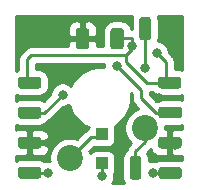
<source format=gbr>
%TF.GenerationSoftware,KiCad,Pcbnew,5.1.9*%
%TF.CreationDate,2021-03-15T11:21:12+01:00*%
%TF.ProjectId,keycap,6b657963-6170-42e6-9b69-6361645f7063,rev?*%
%TF.SameCoordinates,Original*%
%TF.FileFunction,Copper,L1,Top*%
%TF.FilePolarity,Positive*%
%FSLAX46Y46*%
G04 Gerber Fmt 4.6, Leading zero omitted, Abs format (unit mm)*
G04 Created by KiCad (PCBNEW 5.1.9) date 2021-03-15 11:21:12*
%MOMM*%
%LPD*%
G01*
G04 APERTURE LIST*
%TA.AperFunction,ComponentPad*%
%ADD10C,2.200000*%
%TD*%
%TA.AperFunction,SMDPad,CuDef*%
%ADD11R,1.000000X1.000000*%
%TD*%
%TA.AperFunction,ViaPad*%
%ADD12C,0.800000*%
%TD*%
%TA.AperFunction,Conductor*%
%ADD13C,0.250000*%
%TD*%
%TA.AperFunction,Conductor*%
%ADD14C,0.254000*%
%TD*%
%TA.AperFunction,Conductor*%
%ADD15C,0.100000*%
%TD*%
G04 APERTURE END LIST*
D10*
%TO.P,SW1,2*%
%TO.N,N/C*%
X125075760Y-109129560D03*
%TO.P,SW1,1*%
X118725760Y-111669560D03*
%TD*%
%TO.P,J3,1*%
%TO.N,GND*%
%TA.AperFunction,SMDPad,CuDef*%
G36*
G01*
X126448120Y-109863000D02*
X127948120Y-109863000D01*
G75*
G02*
X128198120Y-110113000I0J-250000D01*
G01*
X128198120Y-110613000D01*
G75*
G02*
X127948120Y-110863000I-250000J0D01*
G01*
X126448120Y-110863000D01*
G75*
G02*
X126198120Y-110613000I0J250000D01*
G01*
X126198120Y-110113000D01*
G75*
G02*
X126448120Y-109863000I250000J0D01*
G01*
G37*
%TD.AperFunction*%
%TD*%
%TO.P,J9,1*%
%TO.N,N/C*%
%TA.AperFunction,SMDPad,CuDef*%
G36*
G01*
X125595000Y-99961000D02*
X125595000Y-101461000D01*
G75*
G02*
X125345000Y-101711000I-250000J0D01*
G01*
X124845000Y-101711000D01*
G75*
G02*
X124595000Y-101461000I0J250000D01*
G01*
X124595000Y-99961000D01*
G75*
G02*
X124845000Y-99711000I250000J0D01*
G01*
X125345000Y-99711000D01*
G75*
G02*
X125595000Y-99961000I0J-250000D01*
G01*
G37*
%TD.AperFunction*%
%TD*%
%TO.P,J4,1*%
%TO.N,/VCC*%
%TA.AperFunction,SMDPad,CuDef*%
G36*
G01*
X114566000Y-104783000D02*
X116066000Y-104783000D01*
G75*
G02*
X116316000Y-105033000I0J-250000D01*
G01*
X116316000Y-105533000D01*
G75*
G02*
X116066000Y-105783000I-250000J0D01*
G01*
X114566000Y-105783000D01*
G75*
G02*
X114316000Y-105533000I0J250000D01*
G01*
X114316000Y-105033000D01*
G75*
G02*
X114566000Y-104783000I250000J0D01*
G01*
G37*
%TD.AperFunction*%
%TD*%
%TO.P,J1,1*%
%TO.N,/VCC*%
%TA.AperFunction,SMDPad,CuDef*%
G36*
G01*
X127927800Y-105783000D02*
X126427800Y-105783000D01*
G75*
G02*
X126177800Y-105533000I0J250000D01*
G01*
X126177800Y-105033000D01*
G75*
G02*
X126427800Y-104783000I250000J0D01*
G01*
X127927800Y-104783000D01*
G75*
G02*
X128177800Y-105033000I0J-250000D01*
G01*
X128177800Y-105533000D01*
G75*
G02*
X127927800Y-105783000I-250000J0D01*
G01*
G37*
%TD.AperFunction*%
%TD*%
%TO.P,J2,1*%
%TO.N,/DIN*%
%TA.AperFunction,SMDPad,CuDef*%
G36*
G01*
X126468440Y-107307760D02*
X127968440Y-107307760D01*
G75*
G02*
X128218440Y-107557760I0J-250000D01*
G01*
X128218440Y-108057760D01*
G75*
G02*
X127968440Y-108307760I-250000J0D01*
G01*
X126468440Y-108307760D01*
G75*
G02*
X126218440Y-108057760I0J250000D01*
G01*
X126218440Y-107557760D01*
G75*
G02*
X126468440Y-107307760I250000J0D01*
G01*
G37*
%TD.AperFunction*%
%TD*%
%TO.P,J6,1*%
%TO.N,GND*%
%TA.AperFunction,SMDPad,CuDef*%
G36*
G01*
X114566000Y-109863000D02*
X116066000Y-109863000D01*
G75*
G02*
X116316000Y-110113000I0J-250000D01*
G01*
X116316000Y-110613000D01*
G75*
G02*
X116066000Y-110863000I-250000J0D01*
G01*
X114566000Y-110863000D01*
G75*
G02*
X114316000Y-110613000I0J250000D01*
G01*
X114316000Y-110113000D01*
G75*
G02*
X114566000Y-109863000I250000J0D01*
G01*
G37*
%TD.AperFunction*%
%TD*%
D11*
%TO.P,D1,1*%
%TO.N,N/C*%
X121437400Y-112121000D03*
%TO.P,D1,2*%
X121437400Y-109621000D03*
%TD*%
%TO.P,J8,1*%
%TO.N,N/C*%
%TA.AperFunction,SMDPad,CuDef*%
G36*
G01*
X123782200Y-113233900D02*
X123782200Y-111733900D01*
G75*
G02*
X124032200Y-111483900I250000J0D01*
G01*
X124532200Y-111483900D01*
G75*
G02*
X124782200Y-111733900I0J-250000D01*
G01*
X124782200Y-113233900D01*
G75*
G02*
X124532200Y-113483900I-250000J0D01*
G01*
X124032200Y-113483900D01*
G75*
G02*
X123782200Y-113233900I0J250000D01*
G01*
G37*
%TD.AperFunction*%
%TD*%
%TO.P,J5,1*%
%TO.N,/DOUT*%
%TA.AperFunction,SMDPad,CuDef*%
G36*
G01*
X114566000Y-107323000D02*
X116066000Y-107323000D01*
G75*
G02*
X116316000Y-107573000I0J-250000D01*
G01*
X116316000Y-108073000D01*
G75*
G02*
X116066000Y-108323000I-250000J0D01*
G01*
X114566000Y-108323000D01*
G75*
G02*
X114316000Y-108073000I0J250000D01*
G01*
X114316000Y-107573000D01*
G75*
G02*
X114566000Y-107323000I250000J0D01*
G01*
G37*
%TD.AperFunction*%
%TD*%
%TO.P,J7,1*%
%TO.N,N/C*%
%TA.AperFunction,SMDPad,CuDef*%
G36*
G01*
X114566000Y-112403000D02*
X116066000Y-112403000D01*
G75*
G02*
X116316000Y-112653000I0J-250000D01*
G01*
X116316000Y-113153000D01*
G75*
G02*
X116066000Y-113403000I-250000J0D01*
G01*
X114566000Y-113403000D01*
G75*
G02*
X114316000Y-113153000I0J250000D01*
G01*
X114316000Y-112653000D01*
G75*
G02*
X114566000Y-112403000I250000J0D01*
G01*
G37*
%TD.AperFunction*%
%TD*%
%TO.P,C1,1*%
%TO.N,/VCC*%
%TA.AperFunction,SMDPad,CuDef*%
G36*
G01*
X123309600Y-100904279D02*
X123309600Y-102204281D01*
G75*
G02*
X123059601Y-102454280I-249999J0D01*
G01*
X122409599Y-102454280D01*
G75*
G02*
X122159600Y-102204281I0J249999D01*
G01*
X122159600Y-100904279D01*
G75*
G02*
X122409599Y-100654280I249999J0D01*
G01*
X123059601Y-100654280D01*
G75*
G02*
X123309600Y-100904279I0J-249999D01*
G01*
G37*
%TD.AperFunction*%
%TO.P,C1,2*%
%TO.N,GND*%
%TA.AperFunction,SMDPad,CuDef*%
G36*
G01*
X120359600Y-100904279D02*
X120359600Y-102204281D01*
G75*
G02*
X120109601Y-102454280I-249999J0D01*
G01*
X119459599Y-102454280D01*
G75*
G02*
X119209600Y-102204281I0J249999D01*
G01*
X119209600Y-100904279D01*
G75*
G02*
X119459599Y-100654280I249999J0D01*
G01*
X120109601Y-100654280D01*
G75*
G02*
X120359600Y-100904279I0J-249999D01*
G01*
G37*
%TD.AperFunction*%
%TD*%
%TO.P,J10,1*%
%TO.N,N/C*%
%TA.AperFunction,SMDPad,CuDef*%
G36*
G01*
X127965900Y-113428400D02*
X126465900Y-113428400D01*
G75*
G02*
X126215900Y-113178400I0J250000D01*
G01*
X126215900Y-112678400D01*
G75*
G02*
X126465900Y-112428400I250000J0D01*
G01*
X127965900Y-112428400D01*
G75*
G02*
X128215900Y-112678400I0J-250000D01*
G01*
X128215900Y-113178400D01*
G75*
G02*
X127965900Y-113428400I-250000J0D01*
G01*
G37*
%TD.AperFunction*%
%TD*%
D12*
%TO.N,/VCC*%
X123992640Y-102184200D03*
X126078880Y-102766760D03*
%TO.N,GND*%
X117729000Y-101727000D03*
%TO.N,/DIN*%
X122682000Y-103886000D03*
%TO.N,/DOUT*%
X118120760Y-106293558D03*
%TO.N,*%
X125075760Y-104067800D03*
X121450100Y-113220500D03*
X116852700Y-112941100D03*
X125730000Y-112915700D03*
%TO.N,GND*%
X116895760Y-110367960D03*
X125730000Y-111607600D03*
X127165100Y-100990400D03*
X117690900Y-104051100D03*
X123380500Y-110617000D03*
X126238000Y-106565700D03*
%TD*%
D13*
%TO.N,/VCC*%
X115475441Y-102964559D02*
X123445961Y-102964559D01*
X123992640Y-102417880D02*
X123746260Y-102664260D01*
X115122960Y-103317040D02*
X115475441Y-102964559D01*
X126078880Y-102766760D02*
X126873000Y-103560880D01*
X123445961Y-102964559D02*
X123746260Y-102664260D01*
X125217958Y-105283000D02*
X127177800Y-105283000D01*
X123992640Y-102184200D02*
X123992640Y-101498400D01*
X123445961Y-102964559D02*
X123445961Y-103511003D01*
X123992640Y-101498400D02*
X122790480Y-101498400D01*
X123445961Y-103511003D02*
X125217958Y-105283000D01*
X115122960Y-105283000D02*
X115122960Y-103317040D01*
X123992640Y-102184200D02*
X123992640Y-102417880D01*
X126873000Y-104978200D02*
X127177800Y-105283000D01*
X126873000Y-103560880D02*
X126873000Y-104978200D01*
%TO.N,GND*%
X127614680Y-110779560D02*
X127198120Y-110363000D01*
X119784600Y-101554280D02*
X117901720Y-101554280D01*
X114721640Y-110764320D02*
X115122960Y-110363000D01*
X117901720Y-101554280D02*
X117729000Y-101727000D01*
%TO.N,*%
X121666000Y-112242600D02*
X121666000Y-112262920D01*
%TO.N,/DIN*%
X124720760Y-106589560D02*
X124720760Y-105924760D01*
X124720760Y-105924760D02*
X122682000Y-103886000D01*
X125990760Y-107859560D02*
X124720760Y-106589560D01*
X126615760Y-107859560D02*
X125990760Y-107859560D01*
%TO.N,/DOUT*%
X114747040Y-107838240D02*
X116576078Y-107838240D01*
X114768360Y-107859560D02*
X114747040Y-107838240D01*
X116576078Y-107838240D02*
X118120760Y-106293558D01*
%TO.N,*%
X125075760Y-104067800D02*
X125075760Y-100247640D01*
X125075760Y-100247640D02*
X125095000Y-100228400D01*
X127239760Y-112904540D02*
X127215900Y-112928400D01*
X120494920Y-109900400D02*
X118725760Y-111669560D01*
X125075760Y-109129560D02*
X125075760Y-110306040D01*
X124282200Y-111099600D02*
X124282200Y-112483900D01*
X125075760Y-110306040D02*
X124282200Y-111099600D01*
X121475500Y-113195100D02*
X121450100Y-113220500D01*
X121475500Y-112400400D02*
X121475500Y-113195100D01*
X127203200Y-112915700D02*
X127215900Y-112928400D01*
X125730000Y-112915700D02*
X127203200Y-112915700D01*
X115354100Y-112941100D02*
X115316000Y-112903000D01*
X116852700Y-112941100D02*
X115354100Y-112941100D01*
X121158000Y-109900400D02*
X121437400Y-109621000D01*
X120494920Y-109900400D02*
X121158000Y-109900400D01*
X121437400Y-113207800D02*
X121450100Y-113220500D01*
X121437400Y-112121000D02*
X121437400Y-113207800D01*
%TO.N,GND*%
X116890800Y-110363000D02*
X116895760Y-110367960D01*
X115316000Y-110363000D02*
X116890800Y-110363000D01*
X127198120Y-110363000D02*
X127198120Y-110363000D01*
%TD*%
D14*
%TO.N,GND*%
X123960760Y-106239562D02*
X123960760Y-106552238D01*
X123957084Y-106589560D01*
X123960760Y-106626882D01*
X123960760Y-106626892D01*
X123971757Y-106738545D01*
X124015214Y-106881806D01*
X124085786Y-107013836D01*
X124125631Y-107062386D01*
X124180759Y-107129561D01*
X124209763Y-107153364D01*
X124532877Y-107476479D01*
X124253929Y-107592023D01*
X123969762Y-107781897D01*
X123728097Y-108023562D01*
X123538223Y-108307729D01*
X123407435Y-108623479D01*
X123340760Y-108958677D01*
X123340760Y-109300443D01*
X123407435Y-109635641D01*
X123538223Y-109951391D01*
X123728097Y-110235558D01*
X123899769Y-110407230D01*
X123771202Y-110535797D01*
X123742199Y-110559599D01*
X123687071Y-110626774D01*
X123647226Y-110675324D01*
X123581715Y-110797885D01*
X123576654Y-110807354D01*
X123533197Y-110950615D01*
X123527894Y-111004457D01*
X123404238Y-111105938D01*
X123293795Y-111240514D01*
X123211728Y-111394050D01*
X123161192Y-111560646D01*
X123144128Y-111733900D01*
X123144128Y-113233900D01*
X123161192Y-113407154D01*
X123211728Y-113573750D01*
X123293795Y-113727286D01*
X123317820Y-113756560D01*
X122336779Y-113756441D01*
X122367305Y-113710756D01*
X122445326Y-113522398D01*
X122485100Y-113322439D01*
X122485100Y-113118561D01*
X122458846Y-112986572D01*
X122467937Y-112975494D01*
X122526902Y-112865180D01*
X122563212Y-112745482D01*
X122575472Y-112621000D01*
X122575472Y-111621000D01*
X122563212Y-111496518D01*
X122526902Y-111376820D01*
X122467937Y-111266506D01*
X122388585Y-111169815D01*
X122291894Y-111090463D01*
X122181580Y-111031498D01*
X122061882Y-110995188D01*
X121937400Y-110982928D01*
X120937400Y-110982928D01*
X120812918Y-110995188D01*
X120693220Y-111031498D01*
X120582906Y-111090463D01*
X120486215Y-111169815D01*
X120413073Y-111258939D01*
X120394085Y-111163479D01*
X120368474Y-111101648D01*
X120744166Y-110725956D01*
X120812918Y-110746812D01*
X120937400Y-110759072D01*
X121937400Y-110759072D01*
X122061882Y-110746812D01*
X122181580Y-110710502D01*
X122291894Y-110651537D01*
X122388585Y-110572185D01*
X122467937Y-110475494D01*
X122526902Y-110365180D01*
X122563212Y-110245482D01*
X122575472Y-110121000D01*
X122575472Y-109121000D01*
X122563212Y-108996518D01*
X122536779Y-108909380D01*
X122945475Y-108636298D01*
X123312498Y-108269275D01*
X123600867Y-107837701D01*
X123799499Y-107358161D01*
X123900760Y-106849085D01*
X123900760Y-106330035D01*
X123863397Y-106142199D01*
X123960760Y-106239562D01*
%TA.AperFunction,Conductor*%
D15*
G36*
X123960760Y-106239562D02*
G01*
X123960760Y-106552238D01*
X123957084Y-106589560D01*
X123960760Y-106626882D01*
X123960760Y-106626892D01*
X123971757Y-106738545D01*
X124015214Y-106881806D01*
X124085786Y-107013836D01*
X124125631Y-107062386D01*
X124180759Y-107129561D01*
X124209763Y-107153364D01*
X124532877Y-107476479D01*
X124253929Y-107592023D01*
X123969762Y-107781897D01*
X123728097Y-108023562D01*
X123538223Y-108307729D01*
X123407435Y-108623479D01*
X123340760Y-108958677D01*
X123340760Y-109300443D01*
X123407435Y-109635641D01*
X123538223Y-109951391D01*
X123728097Y-110235558D01*
X123899769Y-110407230D01*
X123771202Y-110535797D01*
X123742199Y-110559599D01*
X123687071Y-110626774D01*
X123647226Y-110675324D01*
X123581715Y-110797885D01*
X123576654Y-110807354D01*
X123533197Y-110950615D01*
X123527894Y-111004457D01*
X123404238Y-111105938D01*
X123293795Y-111240514D01*
X123211728Y-111394050D01*
X123161192Y-111560646D01*
X123144128Y-111733900D01*
X123144128Y-113233900D01*
X123161192Y-113407154D01*
X123211728Y-113573750D01*
X123293795Y-113727286D01*
X123317820Y-113756560D01*
X122336779Y-113756441D01*
X122367305Y-113710756D01*
X122445326Y-113522398D01*
X122485100Y-113322439D01*
X122485100Y-113118561D01*
X122458846Y-112986572D01*
X122467937Y-112975494D01*
X122526902Y-112865180D01*
X122563212Y-112745482D01*
X122575472Y-112621000D01*
X122575472Y-111621000D01*
X122563212Y-111496518D01*
X122526902Y-111376820D01*
X122467937Y-111266506D01*
X122388585Y-111169815D01*
X122291894Y-111090463D01*
X122181580Y-111031498D01*
X122061882Y-110995188D01*
X121937400Y-110982928D01*
X120937400Y-110982928D01*
X120812918Y-110995188D01*
X120693220Y-111031498D01*
X120582906Y-111090463D01*
X120486215Y-111169815D01*
X120413073Y-111258939D01*
X120394085Y-111163479D01*
X120368474Y-111101648D01*
X120744166Y-110725956D01*
X120812918Y-110746812D01*
X120937400Y-110759072D01*
X121937400Y-110759072D01*
X122061882Y-110746812D01*
X122181580Y-110710502D01*
X122291894Y-110651537D01*
X122388585Y-110572185D01*
X122467937Y-110475494D01*
X122526902Y-110365180D01*
X122563212Y-110245482D01*
X122575472Y-110121000D01*
X122575472Y-109121000D01*
X122563212Y-108996518D01*
X122536779Y-108909380D01*
X122945475Y-108636298D01*
X123312498Y-108269275D01*
X123600867Y-107837701D01*
X123799499Y-107358161D01*
X123900760Y-106849085D01*
X123900760Y-106330035D01*
X123863397Y-106142199D01*
X123960760Y-106239562D01*
G37*
%TD.AperFunction*%
D14*
X118732021Y-107358161D02*
X118930653Y-107837701D01*
X119219022Y-108269275D01*
X119586045Y-108636298D01*
X120017619Y-108924667D01*
X120306865Y-109044476D01*
X120299328Y-109121000D01*
X120299328Y-109165535D01*
X120202673Y-109194854D01*
X120070643Y-109265426D01*
X119988959Y-109332463D01*
X119954919Y-109360399D01*
X119931121Y-109389397D01*
X119293672Y-110026846D01*
X119231841Y-110001235D01*
X118896643Y-109934560D01*
X118554877Y-109934560D01*
X118219679Y-110001235D01*
X117903929Y-110132023D01*
X117619762Y-110321897D01*
X117378097Y-110563562D01*
X117188223Y-110847729D01*
X117057435Y-111163479D01*
X116990760Y-111498677D01*
X116990760Y-111840443D01*
X117005846Y-111916286D01*
X116954639Y-111906100D01*
X116750761Y-111906100D01*
X116588390Y-111938397D01*
X116559386Y-111914595D01*
X116405850Y-111832528D01*
X116239254Y-111781992D01*
X116066000Y-111764928D01*
X114566000Y-111764928D01*
X114392746Y-111781992D01*
X114226150Y-111832528D01*
X114134240Y-111881655D01*
X114134240Y-111471437D01*
X114191518Y-111488812D01*
X114316000Y-111501072D01*
X115030250Y-111498000D01*
X115189000Y-111339250D01*
X115189000Y-110490000D01*
X115443000Y-110490000D01*
X115443000Y-111339250D01*
X115601750Y-111498000D01*
X116316000Y-111501072D01*
X116440482Y-111488812D01*
X116560180Y-111452502D01*
X116670494Y-111393537D01*
X116767185Y-111314185D01*
X116846537Y-111217494D01*
X116905502Y-111107180D01*
X116941812Y-110987482D01*
X116954072Y-110863000D01*
X116951000Y-110648750D01*
X116792250Y-110490000D01*
X115443000Y-110490000D01*
X115189000Y-110490000D01*
X115169000Y-110490000D01*
X115169000Y-110236000D01*
X115189000Y-110236000D01*
X115189000Y-109386750D01*
X115443000Y-109386750D01*
X115443000Y-110236000D01*
X116792250Y-110236000D01*
X116951000Y-110077250D01*
X116954072Y-109863000D01*
X116941812Y-109738518D01*
X116905502Y-109618820D01*
X116846537Y-109508506D01*
X116767185Y-109411815D01*
X116670494Y-109332463D01*
X116560180Y-109273498D01*
X116440482Y-109237188D01*
X116316000Y-109224928D01*
X115601750Y-109228000D01*
X115443000Y-109386750D01*
X115189000Y-109386750D01*
X115030250Y-109228000D01*
X114316000Y-109224928D01*
X114191518Y-109237188D01*
X114134240Y-109254563D01*
X114134240Y-108844345D01*
X114226150Y-108893472D01*
X114392746Y-108944008D01*
X114566000Y-108961072D01*
X116066000Y-108961072D01*
X116239254Y-108944008D01*
X116405850Y-108893472D01*
X116559386Y-108811405D01*
X116693962Y-108700962D01*
X116804405Y-108566386D01*
X116806453Y-108562554D01*
X116868325Y-108543786D01*
X117000354Y-108473214D01*
X117116079Y-108378241D01*
X117139882Y-108349237D01*
X118160562Y-107328558D01*
X118222699Y-107328558D01*
X118422658Y-107288784D01*
X118611016Y-107210763D01*
X118691946Y-107156688D01*
X118732021Y-107358161D01*
%TA.AperFunction,Conductor*%
D15*
G36*
X118732021Y-107358161D02*
G01*
X118930653Y-107837701D01*
X119219022Y-108269275D01*
X119586045Y-108636298D01*
X120017619Y-108924667D01*
X120306865Y-109044476D01*
X120299328Y-109121000D01*
X120299328Y-109165535D01*
X120202673Y-109194854D01*
X120070643Y-109265426D01*
X119988959Y-109332463D01*
X119954919Y-109360399D01*
X119931121Y-109389397D01*
X119293672Y-110026846D01*
X119231841Y-110001235D01*
X118896643Y-109934560D01*
X118554877Y-109934560D01*
X118219679Y-110001235D01*
X117903929Y-110132023D01*
X117619762Y-110321897D01*
X117378097Y-110563562D01*
X117188223Y-110847729D01*
X117057435Y-111163479D01*
X116990760Y-111498677D01*
X116990760Y-111840443D01*
X117005846Y-111916286D01*
X116954639Y-111906100D01*
X116750761Y-111906100D01*
X116588390Y-111938397D01*
X116559386Y-111914595D01*
X116405850Y-111832528D01*
X116239254Y-111781992D01*
X116066000Y-111764928D01*
X114566000Y-111764928D01*
X114392746Y-111781992D01*
X114226150Y-111832528D01*
X114134240Y-111881655D01*
X114134240Y-111471437D01*
X114191518Y-111488812D01*
X114316000Y-111501072D01*
X115030250Y-111498000D01*
X115189000Y-111339250D01*
X115189000Y-110490000D01*
X115443000Y-110490000D01*
X115443000Y-111339250D01*
X115601750Y-111498000D01*
X116316000Y-111501072D01*
X116440482Y-111488812D01*
X116560180Y-111452502D01*
X116670494Y-111393537D01*
X116767185Y-111314185D01*
X116846537Y-111217494D01*
X116905502Y-111107180D01*
X116941812Y-110987482D01*
X116954072Y-110863000D01*
X116951000Y-110648750D01*
X116792250Y-110490000D01*
X115443000Y-110490000D01*
X115189000Y-110490000D01*
X115169000Y-110490000D01*
X115169000Y-110236000D01*
X115189000Y-110236000D01*
X115189000Y-109386750D01*
X115443000Y-109386750D01*
X115443000Y-110236000D01*
X116792250Y-110236000D01*
X116951000Y-110077250D01*
X116954072Y-109863000D01*
X116941812Y-109738518D01*
X116905502Y-109618820D01*
X116846537Y-109508506D01*
X116767185Y-109411815D01*
X116670494Y-109332463D01*
X116560180Y-109273498D01*
X116440482Y-109237188D01*
X116316000Y-109224928D01*
X115601750Y-109228000D01*
X115443000Y-109386750D01*
X115189000Y-109386750D01*
X115030250Y-109228000D01*
X114316000Y-109224928D01*
X114191518Y-109237188D01*
X114134240Y-109254563D01*
X114134240Y-108844345D01*
X114226150Y-108893472D01*
X114392746Y-108944008D01*
X114566000Y-108961072D01*
X116066000Y-108961072D01*
X116239254Y-108944008D01*
X116405850Y-108893472D01*
X116559386Y-108811405D01*
X116693962Y-108700962D01*
X116804405Y-108566386D01*
X116806453Y-108562554D01*
X116868325Y-108543786D01*
X117000354Y-108473214D01*
X117116079Y-108378241D01*
X117139882Y-108349237D01*
X118160562Y-107328558D01*
X118222699Y-107328558D01*
X118422658Y-107288784D01*
X118611016Y-107210763D01*
X118691946Y-107156688D01*
X118732021Y-107358161D01*
G37*
%TD.AperFunction*%
D14*
X128231871Y-109228252D02*
X128198120Y-109224928D01*
X127483870Y-109228000D01*
X127325120Y-109386750D01*
X127325120Y-110236000D01*
X127345120Y-110236000D01*
X127345120Y-110490000D01*
X127325120Y-110490000D01*
X127325120Y-111339250D01*
X127483870Y-111498000D01*
X128198120Y-111501072D01*
X128231126Y-111497821D01*
X128231015Y-111835258D01*
X128139154Y-111807392D01*
X127965900Y-111790328D01*
X126465900Y-111790328D01*
X126292646Y-111807392D01*
X126126050Y-111857928D01*
X126015236Y-111917160D01*
X125831939Y-111880700D01*
X125628061Y-111880700D01*
X125428102Y-111920474D01*
X125420272Y-111923717D01*
X125420272Y-111733900D01*
X125403208Y-111560646D01*
X125352672Y-111394050D01*
X125270605Y-111240514D01*
X125246031Y-111210570D01*
X125563056Y-110893546D01*
X125572308Y-110987482D01*
X125608618Y-111107180D01*
X125667583Y-111217494D01*
X125746935Y-111314185D01*
X125843626Y-111393537D01*
X125953940Y-111452502D01*
X126073638Y-111488812D01*
X126198120Y-111501072D01*
X126912370Y-111498000D01*
X127071120Y-111339250D01*
X127071120Y-110490000D01*
X127051120Y-110490000D01*
X127051120Y-110236000D01*
X127071120Y-110236000D01*
X127071120Y-109386750D01*
X126912370Y-109228000D01*
X126810760Y-109227563D01*
X126810760Y-108958677D01*
X126808205Y-108945832D01*
X127968440Y-108945832D01*
X128141694Y-108928768D01*
X128231978Y-108901381D01*
X128231871Y-109228252D01*
%TA.AperFunction,Conductor*%
D15*
G36*
X128231871Y-109228252D02*
G01*
X128198120Y-109224928D01*
X127483870Y-109228000D01*
X127325120Y-109386750D01*
X127325120Y-110236000D01*
X127345120Y-110236000D01*
X127345120Y-110490000D01*
X127325120Y-110490000D01*
X127325120Y-111339250D01*
X127483870Y-111498000D01*
X128198120Y-111501072D01*
X128231126Y-111497821D01*
X128231015Y-111835258D01*
X128139154Y-111807392D01*
X127965900Y-111790328D01*
X126465900Y-111790328D01*
X126292646Y-111807392D01*
X126126050Y-111857928D01*
X126015236Y-111917160D01*
X125831939Y-111880700D01*
X125628061Y-111880700D01*
X125428102Y-111920474D01*
X125420272Y-111923717D01*
X125420272Y-111733900D01*
X125403208Y-111560646D01*
X125352672Y-111394050D01*
X125270605Y-111240514D01*
X125246031Y-111210570D01*
X125563056Y-110893546D01*
X125572308Y-110987482D01*
X125608618Y-111107180D01*
X125667583Y-111217494D01*
X125746935Y-111314185D01*
X125843626Y-111393537D01*
X125953940Y-111452502D01*
X126073638Y-111488812D01*
X126198120Y-111501072D01*
X126912370Y-111498000D01*
X127071120Y-111339250D01*
X127071120Y-110490000D01*
X127051120Y-110490000D01*
X127051120Y-110236000D01*
X127071120Y-110236000D01*
X127071120Y-109386750D01*
X126912370Y-109228000D01*
X126810760Y-109227563D01*
X126810760Y-108958677D01*
X126808205Y-108945832D01*
X127968440Y-108945832D01*
X128141694Y-108928768D01*
X128231978Y-108901381D01*
X128231871Y-109228252D01*
G37*
%TD.AperFunction*%
D14*
X121647000Y-103784061D02*
X121647000Y-103978770D01*
X121525285Y-103954560D01*
X121006235Y-103954560D01*
X120497159Y-104055821D01*
X120017619Y-104254453D01*
X119586045Y-104542822D01*
X119219022Y-104909845D01*
X118930653Y-105341419D01*
X118843277Y-105552364D01*
X118780534Y-105489621D01*
X118611016Y-105376353D01*
X118422658Y-105298332D01*
X118222699Y-105258558D01*
X118018821Y-105258558D01*
X117818862Y-105298332D01*
X117630504Y-105376353D01*
X117460986Y-105489621D01*
X117316823Y-105633784D01*
X117203555Y-105803302D01*
X117125534Y-105991660D01*
X117085760Y-106191619D01*
X117085760Y-106253756D01*
X116523893Y-106815624D01*
X116405850Y-106752528D01*
X116239254Y-106701992D01*
X116066000Y-106684928D01*
X114566000Y-106684928D01*
X114392746Y-106701992D01*
X114226150Y-106752528D01*
X114134240Y-106801655D01*
X114134240Y-106304345D01*
X114226150Y-106353472D01*
X114392746Y-106404008D01*
X114566000Y-106421072D01*
X116066000Y-106421072D01*
X116239254Y-106404008D01*
X116405850Y-106353472D01*
X116559386Y-106271405D01*
X116693962Y-106160962D01*
X116804405Y-106026386D01*
X116886472Y-105872850D01*
X116937008Y-105706254D01*
X116954072Y-105533000D01*
X116954072Y-105033000D01*
X116937008Y-104859746D01*
X116886472Y-104693150D01*
X116804405Y-104539614D01*
X116693962Y-104405038D01*
X116559386Y-104294595D01*
X116405850Y-104212528D01*
X116239254Y-104161992D01*
X116066000Y-104144928D01*
X115882960Y-104144928D01*
X115882960Y-103724559D01*
X121658836Y-103724559D01*
X121647000Y-103784061D01*
%TA.AperFunction,Conductor*%
D15*
G36*
X121647000Y-103784061D02*
G01*
X121647000Y-103978770D01*
X121525285Y-103954560D01*
X121006235Y-103954560D01*
X120497159Y-104055821D01*
X120017619Y-104254453D01*
X119586045Y-104542822D01*
X119219022Y-104909845D01*
X118930653Y-105341419D01*
X118843277Y-105552364D01*
X118780534Y-105489621D01*
X118611016Y-105376353D01*
X118422658Y-105298332D01*
X118222699Y-105258558D01*
X118018821Y-105258558D01*
X117818862Y-105298332D01*
X117630504Y-105376353D01*
X117460986Y-105489621D01*
X117316823Y-105633784D01*
X117203555Y-105803302D01*
X117125534Y-105991660D01*
X117085760Y-106191619D01*
X117085760Y-106253756D01*
X116523893Y-106815624D01*
X116405850Y-106752528D01*
X116239254Y-106701992D01*
X116066000Y-106684928D01*
X114566000Y-106684928D01*
X114392746Y-106701992D01*
X114226150Y-106752528D01*
X114134240Y-106801655D01*
X114134240Y-106304345D01*
X114226150Y-106353472D01*
X114392746Y-106404008D01*
X114566000Y-106421072D01*
X116066000Y-106421072D01*
X116239254Y-106404008D01*
X116405850Y-106353472D01*
X116559386Y-106271405D01*
X116693962Y-106160962D01*
X116804405Y-106026386D01*
X116886472Y-105872850D01*
X116937008Y-105706254D01*
X116954072Y-105533000D01*
X116954072Y-105033000D01*
X116937008Y-104859746D01*
X116886472Y-104693150D01*
X116804405Y-104539614D01*
X116693962Y-104405038D01*
X116559386Y-104294595D01*
X116405850Y-104212528D01*
X116239254Y-104161992D01*
X116066000Y-104144928D01*
X115882960Y-104144928D01*
X115882960Y-103724559D01*
X121658836Y-103724559D01*
X121647000Y-103784061D01*
G37*
%TD.AperFunction*%
D14*
X125799838Y-106160962D02*
X125934414Y-106271405D01*
X126087950Y-106353472D01*
X126254546Y-106404008D01*
X126427800Y-106421072D01*
X127927800Y-106421072D01*
X128101054Y-106404008D01*
X128232811Y-106364040D01*
X128232696Y-106714357D01*
X128141694Y-106686752D01*
X127968440Y-106669688D01*
X126468440Y-106669688D01*
X126295186Y-106686752D01*
X126128590Y-106737288D01*
X126007835Y-106801833D01*
X125480760Y-106274759D01*
X125480760Y-106043000D01*
X125703030Y-106043000D01*
X125799838Y-106160962D01*
%TA.AperFunction,Conductor*%
D15*
G36*
X125799838Y-106160962D02*
G01*
X125934414Y-106271405D01*
X126087950Y-106353472D01*
X126254546Y-106404008D01*
X126427800Y-106421072D01*
X127927800Y-106421072D01*
X128101054Y-106404008D01*
X128232811Y-106364040D01*
X128232696Y-106714357D01*
X128141694Y-106686752D01*
X127968440Y-106669688D01*
X126468440Y-106669688D01*
X126295186Y-106686752D01*
X126128590Y-106737288D01*
X126007835Y-106801833D01*
X125480760Y-106274759D01*
X125480760Y-106043000D01*
X125703030Y-106043000D01*
X125799838Y-106160962D01*
G37*
%TD.AperFunction*%
D14*
X123973992Y-99787746D02*
X123956928Y-99961000D01*
X123956928Y-100738240D01*
X123955307Y-100738400D01*
X123931334Y-100738400D01*
X123930608Y-100731025D01*
X123880072Y-100564429D01*
X123798005Y-100410893D01*
X123687562Y-100276318D01*
X123552987Y-100165875D01*
X123399451Y-100083808D01*
X123232855Y-100033272D01*
X123059601Y-100016208D01*
X122409599Y-100016208D01*
X122236345Y-100033272D01*
X122069749Y-100083808D01*
X121916213Y-100165875D01*
X121781638Y-100276318D01*
X121671195Y-100410893D01*
X121589128Y-100564429D01*
X121538592Y-100731025D01*
X121521528Y-100904279D01*
X121521528Y-102204281D01*
X121521555Y-102204559D01*
X120996423Y-102204559D01*
X120994600Y-101840030D01*
X120835850Y-101681280D01*
X119911600Y-101681280D01*
X119911600Y-101701280D01*
X119657600Y-101701280D01*
X119657600Y-101681280D01*
X118733350Y-101681280D01*
X118574600Y-101840030D01*
X118572777Y-102204559D01*
X115512763Y-102204559D01*
X115475440Y-102200883D01*
X115438117Y-102204559D01*
X115438108Y-102204559D01*
X115326455Y-102215556D01*
X115183194Y-102259013D01*
X115051165Y-102329585D01*
X114935440Y-102424558D01*
X114911641Y-102453557D01*
X114611957Y-102753241D01*
X114582960Y-102777039D01*
X114559162Y-102806037D01*
X114559161Y-102806038D01*
X114487986Y-102892764D01*
X114417414Y-103024794D01*
X114387830Y-103122324D01*
X114373958Y-103168054D01*
X114368048Y-103228059D01*
X114359284Y-103317040D01*
X114362961Y-103354372D01*
X114362961Y-104171027D01*
X114226150Y-104212528D01*
X114134240Y-104261655D01*
X114134240Y-100654280D01*
X118571528Y-100654280D01*
X118574600Y-101268530D01*
X118733350Y-101427280D01*
X119657600Y-101427280D01*
X119657600Y-100178030D01*
X119911600Y-100178030D01*
X119911600Y-101427280D01*
X120835850Y-101427280D01*
X120994600Y-101268530D01*
X120997672Y-100654280D01*
X120985412Y-100529798D01*
X120949102Y-100410100D01*
X120890137Y-100299786D01*
X120810785Y-100203095D01*
X120714094Y-100123743D01*
X120603780Y-100064778D01*
X120484082Y-100028468D01*
X120359600Y-100016208D01*
X120070350Y-100019280D01*
X119911600Y-100178030D01*
X119657600Y-100178030D01*
X119498850Y-100019280D01*
X119209600Y-100016208D01*
X119085118Y-100028468D01*
X118965420Y-100064778D01*
X118855106Y-100123743D01*
X118758415Y-100203095D01*
X118679063Y-100299786D01*
X118620098Y-100410100D01*
X118583788Y-100529798D01*
X118571528Y-100654280D01*
X114134240Y-100654280D01*
X114134240Y-99650052D01*
X124017110Y-99645605D01*
X123973992Y-99787746D01*
%TA.AperFunction,Conductor*%
D15*
G36*
X123973992Y-99787746D02*
G01*
X123956928Y-99961000D01*
X123956928Y-100738240D01*
X123955307Y-100738400D01*
X123931334Y-100738400D01*
X123930608Y-100731025D01*
X123880072Y-100564429D01*
X123798005Y-100410893D01*
X123687562Y-100276318D01*
X123552987Y-100165875D01*
X123399451Y-100083808D01*
X123232855Y-100033272D01*
X123059601Y-100016208D01*
X122409599Y-100016208D01*
X122236345Y-100033272D01*
X122069749Y-100083808D01*
X121916213Y-100165875D01*
X121781638Y-100276318D01*
X121671195Y-100410893D01*
X121589128Y-100564429D01*
X121538592Y-100731025D01*
X121521528Y-100904279D01*
X121521528Y-102204281D01*
X121521555Y-102204559D01*
X120996423Y-102204559D01*
X120994600Y-101840030D01*
X120835850Y-101681280D01*
X119911600Y-101681280D01*
X119911600Y-101701280D01*
X119657600Y-101701280D01*
X119657600Y-101681280D01*
X118733350Y-101681280D01*
X118574600Y-101840030D01*
X118572777Y-102204559D01*
X115512763Y-102204559D01*
X115475440Y-102200883D01*
X115438117Y-102204559D01*
X115438108Y-102204559D01*
X115326455Y-102215556D01*
X115183194Y-102259013D01*
X115051165Y-102329585D01*
X114935440Y-102424558D01*
X114911641Y-102453557D01*
X114611957Y-102753241D01*
X114582960Y-102777039D01*
X114559162Y-102806037D01*
X114559161Y-102806038D01*
X114487986Y-102892764D01*
X114417414Y-103024794D01*
X114387830Y-103122324D01*
X114373958Y-103168054D01*
X114368048Y-103228059D01*
X114359284Y-103317040D01*
X114362961Y-103354372D01*
X114362961Y-104171027D01*
X114226150Y-104212528D01*
X114134240Y-104261655D01*
X114134240Y-100654280D01*
X118571528Y-100654280D01*
X118574600Y-101268530D01*
X118733350Y-101427280D01*
X119657600Y-101427280D01*
X119657600Y-100178030D01*
X119911600Y-100178030D01*
X119911600Y-101427280D01*
X120835850Y-101427280D01*
X120994600Y-101268530D01*
X120997672Y-100654280D01*
X120985412Y-100529798D01*
X120949102Y-100410100D01*
X120890137Y-100299786D01*
X120810785Y-100203095D01*
X120714094Y-100123743D01*
X120603780Y-100064778D01*
X120484082Y-100028468D01*
X120359600Y-100016208D01*
X120070350Y-100019280D01*
X119911600Y-100178030D01*
X119657600Y-100178030D01*
X119498850Y-100019280D01*
X119209600Y-100016208D01*
X119085118Y-100028468D01*
X118965420Y-100064778D01*
X118855106Y-100123743D01*
X118758415Y-100203095D01*
X118679063Y-100299786D01*
X118620098Y-100410100D01*
X118583788Y-100529798D01*
X118571528Y-100654280D01*
X114134240Y-100654280D01*
X114134240Y-99650052D01*
X124017110Y-99645605D01*
X123973992Y-99787746D01*
G37*
%TD.AperFunction*%
D14*
X128233520Y-104202175D02*
X128101054Y-104161992D01*
X127927800Y-104144928D01*
X127633000Y-104144928D01*
X127633000Y-103598202D01*
X127636676Y-103560879D01*
X127633000Y-103523556D01*
X127633000Y-103523547D01*
X127622003Y-103411894D01*
X127578546Y-103268633D01*
X127507974Y-103136604D01*
X127413001Y-103020879D01*
X127384004Y-102997082D01*
X127113880Y-102726958D01*
X127113880Y-102664821D01*
X127074106Y-102464862D01*
X126996085Y-102276504D01*
X126882817Y-102106986D01*
X126738654Y-101962823D01*
X126569136Y-101849555D01*
X126380778Y-101771534D01*
X126186111Y-101732813D01*
X126216008Y-101634254D01*
X126233072Y-101461000D01*
X126233072Y-99961000D01*
X126216008Y-99787746D01*
X126172596Y-99644635D01*
X128235016Y-99643708D01*
X128233520Y-104202175D01*
%TA.AperFunction,Conductor*%
D15*
G36*
X128233520Y-104202175D02*
G01*
X128101054Y-104161992D01*
X127927800Y-104144928D01*
X127633000Y-104144928D01*
X127633000Y-103598202D01*
X127636676Y-103560879D01*
X127633000Y-103523556D01*
X127633000Y-103523547D01*
X127622003Y-103411894D01*
X127578546Y-103268633D01*
X127507974Y-103136604D01*
X127413001Y-103020879D01*
X127384004Y-102997082D01*
X127113880Y-102726958D01*
X127113880Y-102664821D01*
X127074106Y-102464862D01*
X126996085Y-102276504D01*
X126882817Y-102106986D01*
X126738654Y-101962823D01*
X126569136Y-101849555D01*
X126380778Y-101771534D01*
X126186111Y-101732813D01*
X126216008Y-101634254D01*
X126233072Y-101461000D01*
X126233072Y-99961000D01*
X126216008Y-99787746D01*
X126172596Y-99644635D01*
X128235016Y-99643708D01*
X128233520Y-104202175D01*
G37*
%TD.AperFunction*%
%TD*%
M02*

</source>
